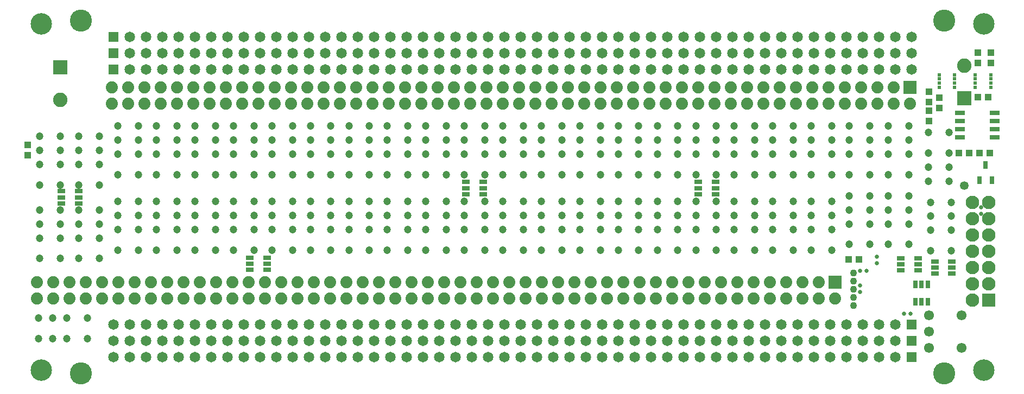
<source format=gbr>
G04 ================== begin FILE IDENTIFICATION RECORD ==================*
G04 Layout Name:  C:/NOW_WORK/VoloKh/CPI2/MAIN/BRD/CPI2_MAIN.brd*
G04 Film Name:    MASK_BOT*
G04 File Format:  Gerber RS274X*
G04 File Origin:  Cadence Allegro 17.2-S074*
G04 Origin Date:  Tue Mar 30 10:27:56 2021*
G04 *
G04 Layer:  PIN/SOLDERMASK_BOTTOM*
G04 Layer:  PACKAGE GEOMETRY/SOLDERMASK_BOTTOM*
G04 Layer:  BOARD GEOMETRY/SOLDERMASK_BOTTOM*
G04 *
G04 Offset:    (0.0000 0.0000)*
G04 Mirror:    No*
G04 Mode:      Positive*
G04 Rotation:  0*
G04 FullContactRelief:  No*
G04 UndefLineWidth:     0.1000*
G04 ================== end FILE IDENTIFICATION RECORD ====================*
%FSLAX25Y25*MOMM*%
%IR0*IPPOS*OFA0.00000B0.00000*MIA0B0*SFA1.00000B1.00000*%
%ADD15R,1.2X.7*%
%ADD24R,.7X1.2*%
%ADD28R,1.65X.7*%
%ADD27R,.74X1.19*%
%ADD22C,.65*%
%ADD21C,1.1*%
%ADD25C,2.1*%
%ADD11C,1.2*%
%ADD13R,1.X1.*%
%ADD26C,1.35*%
%ADD16C,2.25*%
%ADD20R,2.1X2.1*%
%ADD23C,1.55*%
%ADD10C,3.35*%
%ADD18C,1.65*%
%ADD14C,3.45*%
%ADD17R,2.25X2.25*%
%ADD29R,.59X.57*%
%ADD12C,1.89*%
%ADD19R,1.65X1.65*%
%LPD*%
G75*
G54D10*
X300000Y300000D03*
Y5700000D03*
X15000000Y300000D03*
Y5700000D03*
G54D20*
X12680000Y1670000D03*
X13850000Y4710000D03*
X15080000Y1390000D03*
G54D11*
X260000Y790000D03*
Y1110000D03*
X280000Y2360000D03*
Y2040000D03*
Y3190000D03*
Y2580000D03*
Y2800000D03*
Y3730000D03*
Y3510000D03*
Y3950000D03*
X480000Y790000D03*
X700000D03*
X1020000D03*
X480000Y1110000D03*
X700000D03*
X1020000D03*
X890000Y2360000D03*
Y2040000D03*
X600000Y2360000D03*
Y2040000D03*
X890000Y3190000D03*
X600000D03*
X890000Y2580000D03*
Y2800000D03*
X600000D03*
Y2580000D03*
X890000Y3730000D03*
Y3510000D03*
X600000Y3730000D03*
Y3510000D03*
X890000Y3950000D03*
X600000D03*
X1500000Y2490000D03*
Y2170000D03*
X1820000Y2490000D03*
Y2170000D03*
X1210000Y2360000D03*
Y2040000D03*
Y3190000D03*
X1500000Y2710000D03*
Y2930000D03*
X1820000D03*
Y2710000D03*
X1210000Y2800000D03*
Y2580000D03*
X1500000Y3890000D03*
Y3670000D03*
Y3350000D03*
X1820000Y3890000D03*
Y3670000D03*
Y3350000D03*
X1210000Y3730000D03*
Y3510000D03*
X1500000Y4110000D03*
X1820000D03*
X1210000Y3950000D03*
X2100000Y2490000D03*
Y2170000D03*
X2420000Y2490000D03*
Y2170000D03*
X2100000Y2710000D03*
Y2930000D03*
X2420000D03*
Y2710000D03*
X2100000Y3890000D03*
Y3670000D03*
Y3350000D03*
X2420000Y3890000D03*
Y3670000D03*
Y3350000D03*
X2100000Y4110000D03*
X2420000D03*
X2700000Y2490000D03*
Y2170000D03*
X3020000Y2490000D03*
Y2170000D03*
X2700000Y2710000D03*
Y2930000D03*
X3020000D03*
Y2710000D03*
X2700000Y3890000D03*
Y3670000D03*
Y3350000D03*
X3020000Y3890000D03*
Y3670000D03*
Y3350000D03*
X2700000Y4110000D03*
X3020000D03*
X3900000Y2490000D03*
Y2170000D03*
X3300000Y2490000D03*
Y2170000D03*
X3620000Y2490000D03*
Y2170000D03*
X3900000Y2710000D03*
Y2930000D03*
X3300000Y2710000D03*
Y2930000D03*
X3620000D03*
Y2710000D03*
X3900000Y3890000D03*
Y3670000D03*
Y3350000D03*
X3300000Y3890000D03*
Y3670000D03*
Y3350000D03*
X3620000Y3890000D03*
Y3670000D03*
Y3350000D03*
X3900000Y4110000D03*
X3300000D03*
X3620000D03*
X4500000Y2490000D03*
Y2170000D03*
X4220000Y2490000D03*
Y2170000D03*
X4500000Y2710000D03*
Y2930000D03*
X4220000D03*
Y2710000D03*
X4500000Y3890000D03*
Y3670000D03*
Y3350000D03*
X4220000Y3890000D03*
Y3670000D03*
Y3350000D03*
X4500000Y4110000D03*
X4220000D03*
X5100000Y2490000D03*
Y2170000D03*
X4820000Y2490000D03*
Y2170000D03*
X5100000Y2710000D03*
Y2930000D03*
X4820000D03*
Y2710000D03*
X5100000Y3890000D03*
Y3670000D03*
Y3350000D03*
X4820000Y3890000D03*
Y3670000D03*
Y3350000D03*
X5100000Y4110000D03*
X4820000D03*
X5700000Y2490000D03*
Y2170000D03*
X5420000Y2490000D03*
Y2170000D03*
X5700000Y2710000D03*
Y2930000D03*
X5420000D03*
Y2710000D03*
X5700000Y3890000D03*
Y3670000D03*
Y3350000D03*
X5420000Y3890000D03*
Y3670000D03*
Y3350000D03*
X5700000Y4110000D03*
X5420000D03*
X6300000Y2490000D03*
Y2170000D03*
X6620000Y2490000D03*
Y2170000D03*
X6020000Y2490000D03*
Y2170000D03*
X6300000Y2710000D03*
Y2930000D03*
X6620000D03*
Y2710000D03*
X6020000Y2930000D03*
Y2710000D03*
X6300000Y3890000D03*
Y3670000D03*
Y3350000D03*
X6620000Y3890000D03*
Y3670000D03*
Y3350000D03*
X6020000Y3890000D03*
Y3670000D03*
Y3350000D03*
X6300000Y4110000D03*
X6620000D03*
X6020000D03*
X6900000Y2490000D03*
Y2170000D03*
X7220000Y2490000D03*
Y2170000D03*
X6900000Y2710000D03*
Y2930000D03*
X7220000D03*
Y2710000D03*
X6900000Y3890000D03*
Y3670000D03*
Y3350000D03*
X7220000Y3890000D03*
Y3670000D03*
Y3350000D03*
X6900000Y4110000D03*
X7220000D03*
X7500000Y2490000D03*
Y2170000D03*
X7820000Y2490000D03*
Y2170000D03*
X7500000Y2710000D03*
Y2930000D03*
X7820000D03*
Y2710000D03*
X7500000Y3890000D03*
Y3670000D03*
Y3350000D03*
X7820000Y3890000D03*
Y3670000D03*
Y3350000D03*
X7500000Y4110000D03*
X7820000D03*
X8700000Y2490000D03*
Y2170000D03*
X8100000Y2490000D03*
Y2170000D03*
X8420000Y2490000D03*
Y2170000D03*
X8700000Y2710000D03*
Y2930000D03*
X8100000Y2710000D03*
Y2930000D03*
X8420000D03*
Y2710000D03*
X8700000Y3890000D03*
Y3670000D03*
Y3350000D03*
X8100000Y3890000D03*
Y3670000D03*
Y3350000D03*
X8420000Y3890000D03*
Y3670000D03*
Y3350000D03*
X8700000Y4110000D03*
X8100000D03*
X8420000D03*
X9020000Y2490000D03*
Y2170000D03*
X9300000Y2490000D03*
Y2170000D03*
X9020000Y2930000D03*
Y2710000D03*
X9300000D03*
Y2930000D03*
Y3890000D03*
Y3670000D03*
Y3350000D03*
X9020000Y3890000D03*
Y3670000D03*
Y3350000D03*
X9300000Y4110000D03*
X9020000D03*
X9910000Y2490000D03*
Y2170000D03*
X9620000Y2490000D03*
Y2170000D03*
X9910000Y2710000D03*
Y2930000D03*
X9620000D03*
Y2710000D03*
Y3890000D03*
Y3670000D03*
Y3350000D03*
X9910000Y3890000D03*
Y3670000D03*
Y3350000D03*
X9620000Y4110000D03*
X9910000D03*
X10510000Y2490000D03*
Y2170000D03*
X10830000Y2490000D03*
Y2170000D03*
X10230000Y2490000D03*
Y2170000D03*
X10510000Y2710000D03*
Y2930000D03*
X10830000D03*
Y2710000D03*
X10230000Y2930000D03*
Y2710000D03*
X10510000Y3890000D03*
Y3670000D03*
Y3350000D03*
X10830000Y3890000D03*
Y3670000D03*
Y3350000D03*
X10230000Y3890000D03*
Y3670000D03*
Y3350000D03*
X10510000Y4110000D03*
X10830000D03*
X10230000D03*
X11110000Y2490000D03*
Y2170000D03*
X11430000Y2490000D03*
Y2170000D03*
X11110000Y2710000D03*
Y2930000D03*
X11430000D03*
Y2710000D03*
X11110000Y3890000D03*
Y3670000D03*
Y3350000D03*
X11430000Y3890000D03*
Y3670000D03*
Y3350000D03*
X11110000Y4110000D03*
X11430000D03*
X11710000Y2490000D03*
Y2170000D03*
X12030000Y2490000D03*
Y2170000D03*
X11710000Y2710000D03*
Y2930000D03*
X12030000D03*
Y2710000D03*
X11710000Y3890000D03*
Y3670000D03*
Y3350000D03*
X12030000Y3890000D03*
Y3670000D03*
Y3350000D03*
X11710000Y4110000D03*
X12030000D03*
X12310000Y2490000D03*
Y2170000D03*
X12630000Y2490000D03*
Y2170000D03*
X12900000Y2260000D03*
X12310000Y2710000D03*
Y2930000D03*
X12630000D03*
Y2710000D03*
X12900000Y2800000D03*
Y3020000D03*
Y2580000D03*
X12310000Y3890000D03*
Y3670000D03*
Y3350000D03*
X12630000Y3890000D03*
Y3670000D03*
Y3350000D03*
X12900000Y3890000D03*
Y3670000D03*
Y3350000D03*
X12310000Y4110000D03*
X12630000D03*
X12900000D03*
X13510000Y2260000D03*
X13220000D03*
X13510000Y2800000D03*
Y3020000D03*
Y2580000D03*
X13220000Y3020000D03*
Y2800000D03*
Y2580000D03*
X13510000Y3890000D03*
Y3670000D03*
Y3350000D03*
X13220000Y3890000D03*
Y3670000D03*
Y3350000D03*
X13510000Y4110000D03*
X13220000D03*
X13830000Y2260000D03*
X14170000Y2480000D03*
Y2160000D03*
X13830000Y3020000D03*
Y2800000D03*
Y2580000D03*
X14170000Y2700000D03*
Y2920000D03*
X14140000Y3250000D03*
Y3470000D03*
Y3690000D03*
X13830000Y3890000D03*
Y3670000D03*
Y3350000D03*
X14140000Y4010000D03*
X13830000Y4110000D03*
X14490000Y2480000D03*
Y2160000D03*
Y2920000D03*
Y2700000D03*
X14460000Y3470000D03*
Y3250000D03*
Y3690000D03*
Y4010000D03*
G54D12*
X234000Y1416000D03*
X488000D03*
X234000Y1670000D03*
X488000D03*
X742000Y1416000D03*
X996000D03*
X742000Y1670000D03*
X996000D03*
X1250000Y1416000D03*
X1504000D03*
X1758000D03*
X1250000Y1670000D03*
X1504000D03*
X1758000D03*
X1404000Y4456000D03*
X1658000D03*
X1404000Y4710000D03*
X1658000D03*
X2012000Y1416000D03*
X2266000D03*
X2520000D03*
X2012000Y1670000D03*
X2266000D03*
X2520000D03*
X1912000Y4456000D03*
X2166000D03*
X2420000D03*
X1912000Y4710000D03*
X2166000D03*
X2420000D03*
X2774000Y1416000D03*
X3028000D03*
X2774000Y1670000D03*
X3028000D03*
X2674000Y4456000D03*
X2928000D03*
X3182000D03*
X2674000Y4710000D03*
X2928000D03*
X3182000D03*
X3282000Y1416000D03*
X3536000D03*
X3790000D03*
X3282000Y1670000D03*
X3536000D03*
X3790000D03*
X3436000Y4456000D03*
X3690000D03*
X3944000D03*
X3436000Y4710000D03*
X3690000D03*
X3944000D03*
X4044000Y1416000D03*
X4298000D03*
X4552000D03*
X4044000Y1670000D03*
X4298000D03*
X4552000D03*
X4198000Y4456000D03*
X4452000D03*
X4198000Y4710000D03*
X4452000D03*
X4806000Y1416000D03*
X5060000D03*
X5314000D03*
X4806000Y1670000D03*
X5060000D03*
X5314000D03*
X4706000Y4456000D03*
X4960000D03*
X5214000D03*
X4706000Y4710000D03*
X4960000D03*
X5214000D03*
X5568000Y1416000D03*
X5822000D03*
X5568000Y1670000D03*
X5822000D03*
X5468000Y4456000D03*
X5722000D03*
X5976000D03*
X5468000Y4710000D03*
X5722000D03*
X5976000D03*
X6076000Y1416000D03*
X6330000D03*
X6584000D03*
X6076000Y1670000D03*
X6330000D03*
X6584000D03*
X6230000Y4456000D03*
X6484000D03*
X6230000Y4710000D03*
X6484000D03*
X6838000Y1416000D03*
X7092000D03*
X7346000D03*
X6838000Y1670000D03*
X7092000D03*
X7346000D03*
X6738000Y4456000D03*
X6992000D03*
X7246000D03*
X6738000Y4710000D03*
X6992000D03*
X7246000D03*
X7600000Y1416000D03*
Y1670000D03*
X7854000Y1416000D03*
Y1670000D03*
X8108000Y1416000D03*
Y1670000D03*
X7500000Y4456000D03*
X7754000D03*
X8008000D03*
X7500000Y4710000D03*
X7754000D03*
X8008000D03*
X8362000Y1416000D03*
Y1670000D03*
X8616000Y1416000D03*
Y1670000D03*
X8262000Y4456000D03*
X8516000D03*
X8770000D03*
X8262000Y4710000D03*
X8516000D03*
X8770000D03*
X8870000Y1416000D03*
Y1670000D03*
X9124000Y1416000D03*
Y1670000D03*
X9378000Y1416000D03*
Y1670000D03*
X9024000Y4456000D03*
X9278000D03*
X9024000Y4710000D03*
X9278000D03*
X9632000Y1416000D03*
Y1670000D03*
X9886000Y1416000D03*
Y1670000D03*
X10140000Y1416000D03*
Y1670000D03*
X9532000Y4456000D03*
X9786000D03*
X10040000D03*
X9532000Y4710000D03*
X9786000D03*
X10040000D03*
X10394000Y1416000D03*
Y1670000D03*
X10648000Y1416000D03*
Y1670000D03*
X10294000Y4456000D03*
X10548000D03*
X10802000D03*
X10294000Y4710000D03*
X10548000D03*
X10802000D03*
X10902000Y1416000D03*
Y1670000D03*
X11156000Y1416000D03*
Y1670000D03*
X11410000Y1416000D03*
Y1670000D03*
X11056000Y4456000D03*
X11310000D03*
X11564000D03*
X11056000Y4710000D03*
X11310000D03*
X11564000D03*
X11664000Y1416000D03*
Y1670000D03*
X11918000Y1416000D03*
Y1670000D03*
X12172000Y1416000D03*
Y1670000D03*
X11818000Y4456000D03*
X12072000D03*
X11818000Y4710000D03*
X12072000D03*
X12426000Y1416000D03*
Y1670000D03*
X12680000Y1416000D03*
X12326000Y4456000D03*
X12580000D03*
X12834000D03*
X12326000Y4710000D03*
X12580000D03*
X12834000D03*
X13088000Y4456000D03*
X13342000D03*
X13596000D03*
X13088000Y4710000D03*
X13342000D03*
X13596000D03*
X13850000Y4456000D03*
G54D21*
X12970000Y1310000D03*
Y1437000D03*
Y1564000D03*
Y1691000D03*
Y1818000D03*
G54D13*
X90000Y3810000D03*
Y3650000D03*
X12890000Y2030000D03*
X13050000D03*
X14145000Y4185000D03*
Y4345000D03*
Y4480000D03*
X14310000Y4550000D03*
Y4390000D03*
X14145000Y4640000D03*
X14610000Y3685000D03*
X14770000D03*
X14935000D03*
X14910000Y4555000D03*
Y5250000D03*
Y5090000D03*
X15095000Y3685000D03*
X15070000Y4555000D03*
X15110000Y5090000D03*
Y5250000D03*
G54D22*
X13070000Y1620000D03*
Y1520000D03*
X13330000Y1970000D03*
Y2070000D03*
X13070000Y1850000D03*
X13170000D03*
X13760000Y1180000D03*
X13860000D03*
X14960000Y2840000D03*
Y2740000D03*
G54D14*
X919000Y246000D03*
Y5754000D03*
X14381000Y246000D03*
Y5754000D03*
G54D23*
X14146000Y1154000D03*
Y900000D03*
Y646000D03*
X14654000D03*
Y1154000D03*
G54D24*
X13935000Y1635000D03*
X14030000D03*
X14125000D03*
Y1365000D03*
X14030000D03*
X13935000D03*
G54D15*
X615000Y2900000D03*
Y2995000D03*
Y3090000D03*
X885000D03*
Y2995000D03*
Y2900000D03*
X3555000Y1865000D03*
Y1960000D03*
Y2055000D03*
X3825000D03*
Y1960000D03*
Y1865000D03*
X6925000Y3045000D03*
Y3140000D03*
X7195000D03*
Y3045000D03*
X6925000Y3235000D03*
X7195000D03*
X10545000Y3045000D03*
Y3140000D03*
X10815000D03*
Y3045000D03*
X10545000Y3235000D03*
X10815000D03*
X14235000Y1805000D03*
Y1900000D03*
Y1995000D03*
X13705000Y1855000D03*
Y1950000D03*
Y2045000D03*
X13975000D03*
Y1950000D03*
Y1855000D03*
X14505000Y1805000D03*
Y1995000D03*
Y1900000D03*
G54D16*
X599800Y4513340D03*
X14700000Y5048000D03*
G54D25*
X14826000Y1644000D03*
Y1390000D03*
Y2406000D03*
Y2152000D03*
Y1898000D03*
Y2914000D03*
Y2660000D03*
X15080000Y1644000D03*
Y2406000D03*
Y2152000D03*
Y1898000D03*
Y2914000D03*
Y2660000D03*
G54D17*
X599800Y5021340D03*
X14700000Y4540000D03*
G54D26*
Y3180000D03*
G54D18*
X1681000Y500000D03*
X1427000D03*
X1681000Y754000D03*
X1427000D03*
X1681000Y1008000D03*
X1427000D03*
X1681000Y5246000D03*
Y4992000D03*
Y5500000D03*
X2443000Y500000D03*
X2189000D03*
X1935000D03*
X2443000Y754000D03*
X2189000D03*
X1935000D03*
X2443000Y1008000D03*
X2189000D03*
X1935000D03*
Y5246000D03*
X2189000D03*
X2443000D03*
X1935000Y4992000D03*
X2189000D03*
X2443000D03*
X1935000Y5500000D03*
X2189000D03*
X2443000D03*
X3205000Y500000D03*
X2951000D03*
X2697000D03*
X3205000Y754000D03*
X2951000D03*
X2697000D03*
X3205000Y1008000D03*
X2951000D03*
X2697000D03*
Y5246000D03*
X2951000D03*
X3205000D03*
X2697000Y4992000D03*
X2951000D03*
X3205000D03*
X2697000Y5500000D03*
X2951000D03*
X3205000D03*
X3713000Y500000D03*
X3459000D03*
X3713000Y754000D03*
X3459000D03*
X3713000Y1008000D03*
X3459000D03*
Y5246000D03*
X3713000D03*
X3459000Y4992000D03*
X3713000D03*
X3459000Y5500000D03*
X3713000D03*
X4475000Y500000D03*
X4221000D03*
X3967000D03*
X4475000Y754000D03*
X4221000D03*
X3967000D03*
X4475000Y1008000D03*
X4221000D03*
X3967000D03*
Y5246000D03*
X4221000D03*
X4475000D03*
X3967000Y4992000D03*
X4221000D03*
X4475000D03*
X3967000Y5500000D03*
X4221000D03*
X4475000D03*
X5237000Y500000D03*
X4983000D03*
X4729000D03*
X5237000Y754000D03*
X4983000D03*
X4729000D03*
X5237000Y1008000D03*
X4983000D03*
X4729000D03*
Y5246000D03*
X4983000D03*
X5237000D03*
X4729000Y4992000D03*
X4983000D03*
X5237000D03*
X4729000Y5500000D03*
X4983000D03*
X5237000D03*
X5999000Y500000D03*
X5745000D03*
X5491000D03*
X5999000Y754000D03*
X5745000D03*
X5491000D03*
X5999000Y1008000D03*
X5745000D03*
X5491000D03*
Y5246000D03*
X5745000D03*
X5999000D03*
X5491000Y4992000D03*
X5745000D03*
X5999000D03*
X5491000Y5500000D03*
X5745000D03*
X5999000D03*
X6507000Y500000D03*
X6253000D03*
X6507000Y754000D03*
X6253000D03*
X6507000Y1008000D03*
X6253000D03*
Y5246000D03*
X6507000D03*
X6253000Y4992000D03*
X6507000D03*
X6253000Y5500000D03*
X6507000D03*
X7269000Y500000D03*
X7015000D03*
X6761000D03*
X7269000Y754000D03*
X7015000D03*
X6761000D03*
X7269000Y1008000D03*
X7015000D03*
X6761000D03*
Y5246000D03*
X7015000D03*
X7269000D03*
X6761000Y4992000D03*
X7015000D03*
X7269000D03*
X6761000Y5500000D03*
X7015000D03*
X7269000D03*
X8031000Y500000D03*
X7777000D03*
X7523000D03*
X8031000Y754000D03*
X7777000D03*
X7523000D03*
X8031000Y1008000D03*
X7777000D03*
X7523000D03*
Y5246000D03*
X7777000D03*
X8031000D03*
X7523000Y4992000D03*
X7777000D03*
X8031000D03*
X7523000Y5500000D03*
X7777000D03*
X8031000D03*
X8793000Y500000D03*
X8539000D03*
X8285000D03*
X8793000Y754000D03*
X8539000D03*
X8285000D03*
X8793000Y1008000D03*
X8539000D03*
X8285000D03*
Y5246000D03*
X8539000D03*
X8793000D03*
X8285000Y4992000D03*
X8539000D03*
X8793000D03*
X8285000Y5500000D03*
X8539000D03*
X8793000D03*
X9301000Y500000D03*
X9047000D03*
X9301000Y754000D03*
X9047000D03*
X9301000Y1008000D03*
X9047000D03*
Y5246000D03*
X9301000D03*
X9047000Y4992000D03*
X9301000D03*
X9047000Y5500000D03*
X9301000D03*
X10063000Y500000D03*
X9809000D03*
X9555000D03*
X10063000Y754000D03*
X9809000D03*
X9555000D03*
X10063000Y1008000D03*
X9809000D03*
X9555000D03*
Y5246000D03*
X9809000D03*
X10063000D03*
X9555000Y4992000D03*
X9809000D03*
X10063000D03*
X9555000Y5500000D03*
X9809000D03*
X10063000D03*
X10825000Y500000D03*
X10571000D03*
X10317000D03*
X10825000Y754000D03*
X10571000D03*
X10317000D03*
X10825000Y1008000D03*
X10571000D03*
X10317000D03*
Y5246000D03*
X10571000D03*
X10825000D03*
X10317000Y4992000D03*
X10571000D03*
X10825000D03*
X10317000Y5500000D03*
X10571000D03*
X10825000D03*
X11333000Y500000D03*
X11079000D03*
X11333000Y754000D03*
X11079000D03*
X11333000Y1008000D03*
X11079000D03*
Y5246000D03*
X11333000D03*
X11079000Y4992000D03*
X11333000D03*
X11079000Y5500000D03*
X11333000D03*
X12095000Y500000D03*
X11841000D03*
X11587000D03*
X12095000Y754000D03*
X11841000D03*
X11587000D03*
X12095000Y1008000D03*
X11841000D03*
X11587000D03*
Y5246000D03*
X11841000D03*
X12095000D03*
X11587000Y4992000D03*
X11841000D03*
X12095000D03*
X11587000Y5500000D03*
X11841000D03*
X12095000D03*
X12857000Y500000D03*
X12603000D03*
X12349000D03*
X12857000Y754000D03*
X12603000D03*
X12349000D03*
X12857000Y1008000D03*
X12603000D03*
X12349000D03*
Y5246000D03*
X12603000D03*
X12857000D03*
X12349000Y4992000D03*
X12603000D03*
X12857000D03*
X12349000Y5500000D03*
X12603000D03*
X12857000D03*
X13619000Y500000D03*
X13365000D03*
X13111000D03*
X13619000Y754000D03*
X13365000D03*
X13111000D03*
X13619000Y1008000D03*
X13365000D03*
X13111000D03*
Y5246000D03*
X13365000D03*
X13619000D03*
X13111000Y4992000D03*
X13365000D03*
X13619000D03*
X13111000Y5500000D03*
X13365000D03*
X13619000D03*
X13873000Y5246000D03*
Y4992000D03*
Y5500000D03*
G54D27*
X14935000Y3266500D03*
X15125000D03*
X15030000Y3503500D03*
G54D19*
X1427000Y5246000D03*
Y4992000D03*
Y5500000D03*
X13873000Y500000D03*
Y754000D03*
Y1008000D03*
G54D28*
X14630000Y3929500D03*
Y4056500D03*
Y4183500D03*
Y4310500D03*
X15170000D03*
Y4183500D03*
Y4056500D03*
Y3929500D03*
G54D29*
X14869500Y4712500D03*
Y4777500D03*
Y4842500D03*
Y4907500D03*
X14545500D03*
Y4842500D03*
Y4777500D03*
Y4712500D03*
X14304500D03*
Y4777500D03*
Y4842500D03*
Y4907500D03*
X15110500D03*
Y4842500D03*
Y4777500D03*
Y4712500D03*
M02*

</source>
